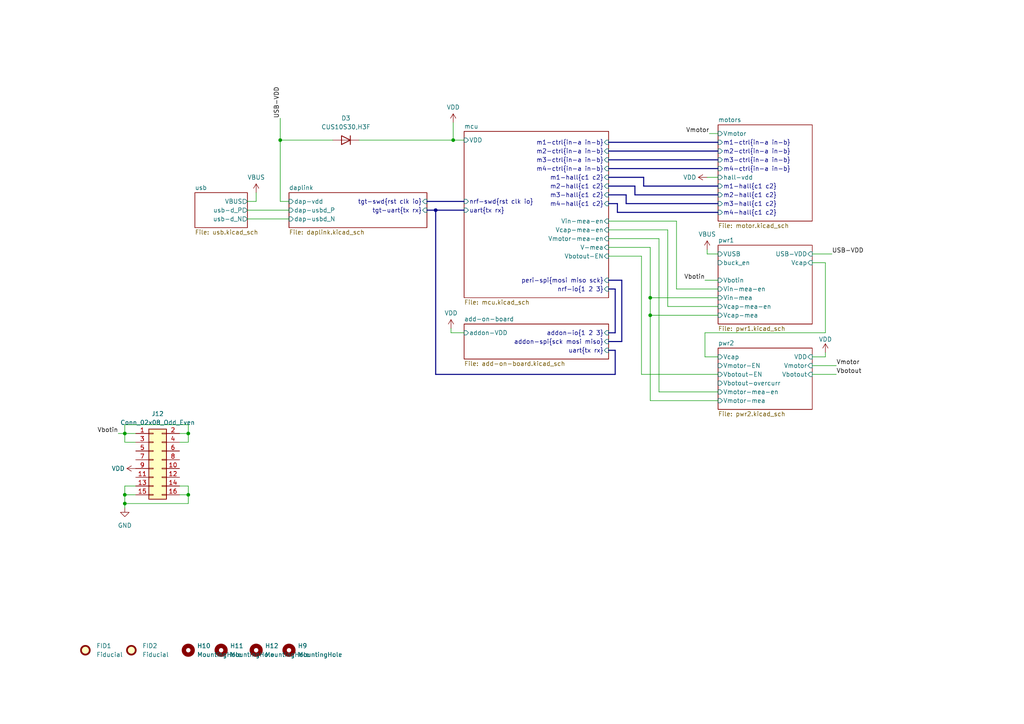
<source format=kicad_sch>
(kicad_sch (version 20230121) (generator eeschema)
  (paper "A4")
  (lib_symbols
    (symbol "Connector_Generic:Conn_02x08_Odd_Even" (pin_names (offset 1.016) hide)
      (property "Reference" "J" (at 1.27 10.16 0))
      (property "Value" "Conn_02x08_Odd_Even" (at 1.27 -12.7 0))
      (symbol "Conn_02x08_Odd_Even_1_1"
        (rectangle (start -1.27 -10.033) (end 0 -10.287) (stroke (width 0.1524)))
        (rectangle (start -1.27 -7.493) (end 0 -7.747) (stroke (width 0.1524)))
        (rectangle (start -1.27 -4.953) (end 0 -5.207) (stroke (width 0.1524)))
        (rectangle (start -1.27 -2.413) (end 0 -2.667) (stroke (width 0.1524)))
        (rectangle (start -1.27 0.127) (end 0 -0.127) (stroke (width 0.1524)))
        (rectangle (start -1.27 2.667) (end 0 2.413) (stroke (width 0.1524)))
        (rectangle (start -1.27 5.207) (end 0 4.953) (stroke (width 0.1524)))
        (rectangle (start -1.27 7.747) (end 0 7.493) (stroke (width 0.1524)))
        (rectangle (start -1.27 8.89) (end 3.81 -11.43) (stroke (width 0.254)) (fill (type background)))
        (rectangle (start 3.81 -10.033) (end 2.54 -10.287) (stroke (width 0.1524)))
        (rectangle (start 3.81 -7.493) (end 2.54 -7.747) (stroke (width 0.1524)))
        (rectangle (start 3.81 -4.953) (end 2.54 -5.207) (stroke (width 0.1524)))
        (rectangle (start 3.81 -2.413) (end 2.54 -2.667) (stroke (width 0.1524)))
        (rectangle (start 3.81 0.127) (end 2.54 -0.127) (stroke (width 0.1524)))
        (rectangle (start 3.81 2.667) (end 2.54 2.413) (stroke (width 0.1524)))
        (rectangle (start 3.81 5.207) (end 2.54 4.953) (stroke (width 0.1524)))
        (rectangle (start 3.81 7.747) (end 2.54 7.493) (stroke (width 0.1524)))
        (pin passive line (at -5.08 7.62 0) (length 3.81) (name "Pin_1") (number "1"))
        (pin passive line (at 7.62 -2.54 180) (length 3.81) (name "Pin_10") (number "10"))
        (pin passive line (at -5.08 -5.08 0) (length 3.81) (name "Pin_11") (number "11"))
        (pin passive line (at 7.62 -5.08 180) (length 3.81) (name "Pin_12") (number "12"))
        (pin passive line (at -5.08 -7.62 0) (length 3.81) (name "Pin_13") (number "13"))
        (pin passive line (at 7.62 -7.62 180) (length 3.81) (name "Pin_14") (number "14"))
        (pin passive line (at -5.08 -10.16 0) (length 3.81) (name "Pin_15") (number "15"))
        (pin passive line (at 7.62 -10.16 180) (length 3.81) (name "Pin_16") (number "16"))
        (pin passive line (at 7.62 7.62 180) (length 3.81) (name "Pin_2") (number "2"))
        (pin passive line (at -5.08 5.08 0) (length 3.81) (name "Pin_3") (number "3"))
        (pin passive line (at 7.62 5.08 180) (length 3.81) (name "Pin_4") (number "4"))
        (pin passive line (at -5.08 2.54 0) (length 3.81) (name "Pin_5") (number "5"))
        (pin passive line (at 7.62 2.54 180) (length 3.81) (name "Pin_6") (number "6"))
        (pin passive line (at -5.08 0 0) (length 3.81) (name "Pin_7") (number "7"))
        (pin passive line (at 7.62 0 180) (length 3.81) (name "Pin_8") (number "8"))
        (pin passive line (at -5.08 -2.54 0) (length 3.81) (name "Pin_9") (number "9"))
      )
    )
    (symbol "Diode:1N4148WS" (pin_numbers hide) (pin_names hide)
      (property "Reference" "D" (at 0 2.54 0))
      (property "Value" "1N4148WS" (at 0 -2.54 0))
      (symbol "1N4148WS_0_1"
        (polyline (pts (xy -1.27 1.27) (xy -1.27 -1.27)) (stroke (width 0.254)))
        (polyline (pts (xy 1.27 0) (xy -1.27 0)))
        (polyline (pts (xy 1.27 1.27) (xy 1.27 -1.27) (xy -1.27 0) (xy 1.27 1.27)) (stroke (width 0.254)))
      )
      (symbol "1N4148WS_1_1"
        (pin passive line (at -3.81 0 0) (length 2.54) (name "K") (number "1"))
        (pin passive line (at 3.81 0 180) (length 2.54) (name "A") (number "2"))
      )
    )
    (symbol "Mechanical:Fiducial"
      (property "Reference" "FID" (at 0 5.08 0))
      (property "Value" "Fiducial" (at 0 3.175 0))
      (symbol "Fiducial_0_1"
        (circle (center 0 0) (radius 1.27) (stroke (width 0.508)) (fill (type background)))
      )
    )
    (symbol "Mechanical:MountingHole" (pin_names (offset 1.016))
      (property "Reference" "H" (at 0 5.08 0))
      (property "Value" "MountingHole" (at 0 3.175 0))
      (symbol "MountingHole_0_1"
        (circle (center 0 0) (radius 1.27) (stroke (width 1.27)))
      )
    )
    (symbol "power:GND" (power) (pin_names (offset 0))
      (property "Value" "GND" (at 0 -3.81 0))
      (symbol "GND_0_1"
        (polyline (pts (xy 0 0) (xy 0 -1.27) (xy 1.27 -1.27) (xy 0 -2.54) (xy -1.27 -1.27) (xy 0 -1.27)))
      )
      (symbol "GND_1_1"
        (pin power_in line (at 0 0 270) (length 0) hide (name "GND") (number "1"))
      )
    )
    (symbol "power:VBUS" (power) (pin_names (offset 0))
      (property "Value" "VBUS" (at 0 3.81 0))
      (symbol "VBUS_0_1"
        (polyline (pts (xy -0.762 1.27) (xy 0 2.54)))
        (polyline (pts (xy 0 0) (xy 0 2.54)))
        (polyline (pts (xy 0 2.54) (xy 0.762 1.27)))
      )
      (symbol "VBUS_1_1"
        (pin power_in line (at 0 0 90) (length 0) hide (name "VBUS") (number "1"))
      )
    )
    (symbol "power:VDD" (power) (pin_names (offset 0))
      (property "Value" "VDD" (at 0 3.81 0))
      (symbol "VDD_0_1"
        (polyline (pts (xy -0.762 1.27) (xy 0 2.54)))
        (polyline (pts (xy 0 0) (xy 0 2.54)))
        (polyline (pts (xy 0 2.54) (xy 0.762 1.27)))
      )
      (symbol "VDD_1_1"
        (pin power_in line (at 0 0 90) (length 0) hide (name "VDD") (number "1"))
      )
    )
  )
  (junction (at 188.595 86.36))
  (junction (at 54.61 143.51))
  (junction (at 54.61 125.73))
  (junction (at 131.445 40.64))
  (junction (at 126.365 60.96))
  (junction (at 36.195 125.73))
  (junction (at 81.28 40.64))
  (junction (at 36.195 143.51))
  (junction (at 188.595 91.44))
  (junction (at 36.195 146.05))
  (wire (pts (xy 188.595 116.205) (xy 188.595 91.44)))
  (bus (pts (xy 176.53 53.975) (xy 184.15 53.975)))
  (wire (pts (xy 36.195 123.19) (xy 36.195 125.73)))
  (wire (pts (xy 208.28 51.435) (xy 205.105 51.435)))
  (wire (pts (xy 176.53 74.295) (xy 186.055 74.295)))
  (wire (pts (xy 134.62 40.64) (xy 131.445 40.64)))
  (bus (pts (xy 126.365 108.585) (xy 126.365 60.96)))
  (wire (pts (xy 36.195 143.51) (xy 36.195 146.05)))
  (wire (pts (xy 81.28 40.64) (xy 96.52 40.64)))
  (wire (pts (xy 186.055 108.585) (xy 208.28 108.585)))
  (bus (pts (xy 179.07 61.595) (xy 208.28 61.595)))
  (wire (pts (xy 196.215 83.82) (xy 208.28 83.82)))
  (wire (pts (xy 188.595 86.36) (xy 208.28 86.36)))
  (wire (pts (xy 208.28 116.205) (xy 188.595 116.205)))
  (wire (pts (xy 196.215 64.135) (xy 196.215 83.82)))
  (wire (pts (xy 52.07 140.97) (xy 54.61 140.97)))
  (bus (pts (xy 186.69 53.975) (xy 208.28 53.975)))
  (wire (pts (xy 204.47 103.505) (xy 208.28 103.505)))
  (bus (pts (xy 176.53 56.515) (xy 181.61 56.515)))
  (bus (pts (xy 176.53 51.435) (xy 186.69 51.435)))
  (bus (pts (xy 176.53 41.275) (xy 208.28 41.275)))
  (bus (pts (xy 178.435 101.6) (xy 178.435 108.585)))
  (bus (pts (xy 123.825 60.96) (xy 126.365 60.96)))
  (wire (pts (xy 239.395 103.505) (xy 235.585 103.505)))
  (wire (pts (xy 239.395 96.52) (xy 204.47 96.52)))
  (wire (pts (xy 176.53 71.755) (xy 188.595 71.755)))
  (wire (pts (xy 188.595 71.755) (xy 188.595 86.36)))
  (wire (pts (xy 81.28 40.64) (xy 81.28 58.42)))
  (bus (pts (xy 176.53 101.6) (xy 178.435 101.6)))
  (wire (pts (xy 239.395 102.235) (xy 239.395 103.505)))
  (wire (pts (xy 204.47 96.52) (xy 204.47 103.505)))
  (bus (pts (xy 126.365 60.96) (xy 134.62 60.96)))
  (wire (pts (xy 36.195 128.27) (xy 36.195 125.73)))
  (wire (pts (xy 52.07 125.73) (xy 54.61 125.73)))
  (wire (pts (xy 54.61 140.97) (xy 54.61 143.51)))
  (bus (pts (xy 176.53 83.82) (xy 178.435 83.82)))
  (wire (pts (xy 208.28 91.44) (xy 188.595 91.44)))
  (bus (pts (xy 178.435 108.585) (xy 126.365 108.585)))
  (wire (pts (xy 74.295 55.88) (xy 74.295 58.42)))
  (wire (pts (xy 39.37 140.97) (xy 36.195 140.97)))
  (bus (pts (xy 176.53 81.28) (xy 180.34 81.28)))
  (wire (pts (xy 193.675 66.675) (xy 193.675 88.9)))
  (wire (pts (xy 208.28 73.66) (xy 205.105 73.66)))
  (wire (pts (xy 235.585 73.66) (xy 241.3 73.66)))
  (wire (pts (xy 176.53 66.675) (xy 193.675 66.675)))
  (wire (pts (xy 134.62 96.52) (xy 130.81 96.52)))
  (wire (pts (xy 54.61 123.19) (xy 36.195 123.19)))
  (wire (pts (xy 235.585 106.045) (xy 242.57 106.045)))
  (wire (pts (xy 36.195 125.73) (xy 34.29 125.73)))
  (wire (pts (xy 176.53 69.215) (xy 191.135 69.215)))
  (wire (pts (xy 52.07 143.51) (xy 54.61 143.51)))
  (wire (pts (xy 188.595 91.44) (xy 188.595 86.36)))
  (wire (pts (xy 71.755 63.5) (xy 83.82 63.5)))
  (wire (pts (xy 54.61 146.05) (xy 36.195 146.05)))
  (wire (pts (xy 36.195 125.73) (xy 39.37 125.73)))
  (wire (pts (xy 36.195 146.05) (xy 36.195 147.32)))
  (bus (pts (xy 186.69 51.435) (xy 186.69 53.975)))
  (wire (pts (xy 104.14 40.64) (xy 131.445 40.64)))
  (wire (pts (xy 131.445 35.56) (xy 131.445 40.64)))
  (wire (pts (xy 36.195 143.51) (xy 39.37 143.51)))
  (bus (pts (xy 176.53 46.355) (xy 208.28 46.355)))
  (wire (pts (xy 176.53 64.135) (xy 196.215 64.135)))
  (wire (pts (xy 54.61 143.51) (xy 54.61 146.05)))
  (bus (pts (xy 178.435 96.52) (xy 176.53 96.52)))
  (bus (pts (xy 176.53 48.895) (xy 208.28 48.895)))
  (wire (pts (xy 205.74 38.735) (xy 208.28 38.735)))
  (bus (pts (xy 181.61 59.055) (xy 208.28 59.055)))
  (wire (pts (xy 71.755 60.96) (xy 83.82 60.96)))
  (wire (pts (xy 39.37 128.27) (xy 36.195 128.27)))
  (bus (pts (xy 184.15 53.975) (xy 184.15 56.515)))
  (bus (pts (xy 178.435 83.82) (xy 178.435 96.52)))
  (bus (pts (xy 184.15 56.515) (xy 208.28 56.515)))
  (wire (pts (xy 235.585 76.2) (xy 239.395 76.2)))
  (wire (pts (xy 186.055 74.295) (xy 186.055 108.585)))
  (wire (pts (xy 235.585 108.585) (xy 242.57 108.585)))
  (wire (pts (xy 239.395 76.2) (xy 239.395 96.52)))
  (wire (pts (xy 81.28 58.42) (xy 83.82 58.42)))
  (wire (pts (xy 208.28 81.28) (xy 204.47 81.28)))
  (bus (pts (xy 123.825 58.42) (xy 134.62 58.42)))
  (wire (pts (xy 71.755 58.42) (xy 74.295 58.42)))
  (bus (pts (xy 180.34 81.28) (xy 180.34 99.06)))
  (wire (pts (xy 54.61 125.73) (xy 54.61 123.19)))
  (wire (pts (xy 191.135 113.665) (xy 208.28 113.665)))
  (wire (pts (xy 54.61 128.27) (xy 54.61 125.73)))
  (bus (pts (xy 176.53 59.055) (xy 179.07 59.055)))
  (wire (pts (xy 205.105 72.39) (xy 205.105 73.66)))
  (wire (pts (xy 130.81 96.52) (xy 130.81 95.25)))
  (bus (pts (xy 180.34 99.06) (xy 176.53 99.06)))
  (wire (pts (xy 193.675 88.9) (xy 208.28 88.9)))
  (wire (pts (xy 52.07 128.27) (xy 54.61 128.27)))
  (bus (pts (xy 176.53 43.815) (xy 208.28 43.815)))
  (bus (pts (xy 179.07 59.055) (xy 179.07 61.595)))
  (wire (pts (xy 81.28 34.29) (xy 81.28 40.64)))
  (wire (pts (xy 36.195 140.97) (xy 36.195 143.51)))
  (bus (pts (xy 181.61 56.515) (xy 181.61 59.055)))
  (wire (pts (xy 191.135 69.215) (xy 191.135 113.665)))
  (label "USB-VDD" (at 81.28 34.29 90))
  (label "USB-VDD" (at 241.3 73.66 0))
  (label "Vmotor" (at 205.74 38.735 180))
  (label "Vbotin" (at 204.47 81.28 180))
  (label "Vbotin" (at 34.29 125.73 180))
  (label "Vmotor" (at 242.57 106.045 0))
  (label "Vbotout" (at 242.57 108.585 0))
  (symbol (lib_id "Mechanical:MountingHole") (at 74.295 188.595 0) (unit 1)
    (property "Reference" "H12" (at 76.835 187.325 0) (effects (justify left)))
    (property "Value" "MountingHole" (at 76.835 189.865 0) (effects (justify left)))
    (property "Footprint" "MountingHole:MountingHole_3.2mm_M3_ISO14580" (effects hide))
  )
  (symbol (lib_id "Mechanical:Fiducial") (at 24.765 188.595 0) (unit 1)
    (property "Reference" "FID1" (at 27.94 187.325 0) (effects (justify left)))
    (property "Value" "Fiducial" (at 27.94 189.865 0) (effects (justify left)))
    (property "Footprint" "Fiducial:Fiducial_1mm_Mask2mm" (effects hide))
  )
  (symbol (lib_id "Diode:1N4148WS") (at 100.33 40.64 180) (unit 1)
    (property "Reference" "D3" (at 100.33 34.29 0))
    (property "Value" "CUS10S30,H3F" (at 100.33 36.83 0))
    (property "Footprint" "Diode_SMD:D_SOD-323" (effects hide))
    (property "Datasheet" "https://www.vishay.com/docs/85751/1n4148ws.pdf" (effects hide))
    (property "Sim.Device" "D" (effects hide))
    (property "Sim.Pins" "1=K 2=A" (effects hide))
  )
  (symbol (lib_id "Mechanical:MountingHole") (at 54.61 188.595 0) (unit 1)
    (property "Reference" "H10" (at 57.15 187.325 0) (effects (justify left)))
    (property "Value" "MountingHole" (at 57.15 189.865 0) (effects (justify left)))
    (property "Footprint" "MountingHole:MountingHole_3.2mm_M3_ISO14580" (effects hide))
  )
  (symbol (lib_id "power:VDD") (at 39.37 135.89 90) (unit 1)
    (property "Reference" "#PWR0107" (effects hide))
    (property "Value" "VDD" (at 36.195 135.89 90) (effects (justify left)))
  )
  (symbol (lib_id "power:VDD") (at 205.105 51.435 90) (unit 1)
    (property "Reference" "#PWR076" (effects hide))
    (property "Value" "VDD" (at 198.12 51.435 90) (effects (justify right)))
  )
  (symbol (lib_id "power:VDD") (at 131.445 35.56 0) (unit 1)
    (property "Reference" "#PWR075" (effects hide))
    (property "Value" "VDD" (at 131.445 31.115 0))
  )
  (symbol (lib_id "power:VDD") (at 130.81 95.25 0) (unit 1)
    (property "Reference" "#PWR078" (effects hide))
    (property "Value" "VDD" (at 130.81 90.805 0))
  )
  (symbol (lib_id "Connector_Generic:Conn_02x08_Odd_Even") (at 44.45 133.35 0) (unit 1)
    (property "Reference" "J12" (at 45.72 120.015 0))
    (property "Value" "Conn_02x08_Odd_Even" (at 45.72 122.555 0))
    (property "Footprint" "Connector_PinHeader_2.54mm:PinHeader_2x08_P2.54mm_Horizontal" (effects hide))
  )
  (symbol (lib_id "Mechanical:MountingHole") (at 83.82 188.595 0) (unit 1)
    (property "Reference" "H9" (at 86.36 187.325 0) (effects (justify left)))
    (property "Value" "MountingHole" (at 86.36 189.865 0) (effects (justify left)))
    (property "Footprint" "MountingHole:MountingHole_3.2mm_M3_ISO14580" (effects hide))
  )
  (symbol (lib_id "power:GND") (at 36.195 147.32 0) (unit 1)
    (property "Reference" "#PWR0105" (effects hide))
    (property "Value" "GND" (at 36.195 152.4 0))
  )
  (symbol (lib_id "power:VBUS") (at 205.105 72.39 0) (unit 1)
    (property "Reference" "#PWR077" (effects hide))
    (property "Value" "VBUS" (at 205.105 67.945 0))
  )
  (symbol (lib_id "power:VBUS") (at 74.295 55.88 0) (unit 1)
    (property "Reference" "#PWR074" (effects hide))
    (property "Value" "VBUS" (at 74.295 51.435 0))
  )
  (symbol (lib_id "power:VDD") (at 239.395 102.235 0) (unit 1)
    (property "Reference" "#PWR042" (effects hide))
    (property "Value" "VDD" (at 239.395 98.425 0))
  )
  (symbol (lib_id "Mechanical:Fiducial") (at 38.1 188.595 0) (unit 1)
    (property "Reference" "FID2" (at 41.275 187.325 0) (effects (justify left)))
    (property "Value" "Fiducial" (at 41.275 189.865 0) (effects (justify left)))
    (property "Footprint" "Fiducial:Fiducial_1mm_Mask2mm" (effects hide))
  )
  (symbol (lib_id "Mechanical:MountingHole") (at 64.135 188.595 0) (unit 1)
    (property "Reference" "H11" (at 66.675 187.325 0) (effects (justify left)))
    (property "Value" "MountingHole" (at 66.675 189.865 0) (effects (justify left)))
    (property "Footprint" "MountingHole:MountingHole_3.2mm_M3_ISO14580" (effects hide))
  )
  (sheet (at 134.62 38.1) (size 41.91 48.26) (stroke (width 0.1524))
    (property "Sheetname" "mcu" (at 134.62 37.3884 0) (effects (justify left bottom)))
    (property "Sheetfile" "mcu.kicad_sch" (at 134.62 86.9446 0) (effects (justify left top)))
    (pin "VDD" input (at 134.62 40.64 180))
    (pin "nrf-swd{rst clk io}" input (at 134.62 58.42 180))
    (pin "m2-ctrl{in-a in-b}" input (at 176.53 43.815 0))
    (pin "m3-ctrl{in-a in-b}" input (at 176.53 46.355 0))
    (pin "m1-ctrl{in-a in-b}" input (at 176.53 41.275 0))
    (pin "m4-ctrl{in-a in-b}" input (at 176.53 48.895 0))
    (pin "m1-hall{c1 c2}" input (at 176.53 51.435 0))
    (pin "m3-hall{c1 c2}" input (at 176.53 56.515 0))
    (pin "m2-hall{c1 c2}" input (at 176.53 53.975 0))
    (pin "m4-hall{c1 c2}" input (at 176.53 59.055 0))
    (pin "Vin-mea-en" input (at 176.53 64.135 0))
    (pin "Vcap-mea-en" input (at 176.53 66.675 0))
    (pin "V-mea" input (at 176.53 71.755 0))
    (pin "peri-spi{mosi miso sck}" input (at 176.53 81.28 0))
    (pin "Vbotout-EN" input (at 176.53 74.295 0))
    (pin "Vmotor-mea-en" input (at 176.53 69.215 0))
    (pin "uart{tx rx}" input (at 134.62 60.96 180))
    (pin "nrf-io{1 2 3}" input (at 176.53 83.82 0))
  )
  (sheet (at 134.62 93.98) (size 41.91 10.16) (stroke (width 0.1524))
    (property "Sheetname" "add-on-board" (at 134.62 93.2684 0) (effects (justify left bottom)))
    (property "Sheetfile" "add-on-board.kicad_sch" (at 134.62 104.7246 0) (effects (justify left top)))
    (pin "addon-spi{sck mosi miso}" input (at 176.53 99.06 0))
    (pin "addon-VDD" input (at 134.62 96.52 180))
    (pin "addon-io{1 2 3}" input (at 176.53 96.52 0))
    (pin "uart{tx rx}" input (at 176.53 101.6 0))
  )
  (sheet (at 56.515 55.88) (size 15.24 10.16) (stroke (width 0.1524))
    (property "Sheetname" "usb" (at 56.515 55.1684 0) (effects (justify left bottom)))
    (property "Sheetfile" "usb.kicad_sch" (at 56.515 66.6246 0) (effects (justify left top)))
    (pin "usb-d_N" output (at 71.755 63.5 0))
    (pin "usb-d_P" output (at 71.755 60.96 0))
    (pin "VBUS" output (at 71.755 58.42 0))
  )
  (sheet (at 208.28 71.12) (size 27.305 22.86) (stroke (width 0.1524))
    (property "Sheetname" "pwr1" (at 208.28 70.4084 0) (effects (justify left bottom)))
    (property "Sheetfile" "pwr1.kicad_sch" (at 208.28 94.5646 0) (effects (justify left top)))
    (pin "VUSB" input (at 208.28 73.66 180))
    (pin "buck_en" input (at 208.28 76.2 180))
    (pin "Vbotin" input (at 208.28 81.28 180))
    (pin "USB-VDD" input (at 235.585 73.66 0))
    (pin "Vcap" input (at 235.585 76.2 0))
    (pin "Vin-mea-en" input (at 208.28 83.82 180))
    (pin "Vin-mea" input (at 208.28 86.36 180))
    (pin "Vcap-mea" input (at 208.28 91.44 180))
    (pin "Vcap-mea-en" input (at 208.28 88.9 180))
  )
  (sheet (at 83.82 55.88) (size 40.005 10.16) (stroke (width 0.1524))
    (property "Sheetname" "daplink" (at 83.82 55.1684 0) (effects (justify left bottom)))
    (property "Sheetfile" "daplink.kicad_sch" (at 83.82 66.6246 0) (effects (justify left top)))
    (pin "dap-vdd" input (at 83.82 58.42 180))
    (pin "dap-usbd_N" input (at 83.82 63.5 180))
    (pin "dap-usbd_P" input (at 83.82 60.96 180))
    (pin "tgt-swd{rst clk io}" input (at 123.825 58.42 0))
    (pin "tgt-uart{tx rx}" input (at 123.825 60.96 0))
  )
  (sheet (at 208.28 100.965) (size 27.305 17.78) (stroke (width 0.1524))
    (property "Sheetname" "pwr2" (at 208.28 100.2534 0) (effects (justify left bottom)))
    (property "Sheetfile" "pwr2.kicad_sch" (at 208.28 119.3296 0) (effects (justify left top)))
    (pin "Vcap" input (at 208.28 103.505 180))
    (pin "Vmotor-EN" input (at 208.28 106.045 180))
    (pin "VDD" input (at 235.585 103.505 0))
    (pin "Vmotor" input (at 235.585 106.045 0))
    (pin "Vbotout-overcurr" input (at 208.28 111.125 180))
    (pin "Vbotout" input (at 235.585 108.585 0))
    (pin "Vbotout-EN" input (at 208.28 108.585 180))
    (pin "Vmotor-mea" input (at 208.28 116.205 180))
    (pin "Vmotor-mea-en" input (at 208.28 113.665 180))
  )
  (sheet (at 208.28 36.195) (size 27.305 27.94) (stroke (width 0.1524))
    (property "Sheetname" "motors" (at 208.28 35.4834 0) (effects (justify left bottom)))
    (property "Sheetfile" "motor.kicad_sch" (at 208.28 64.7196 0) (effects (justify left top)))
    (pin "m1-ctrl{in-a in-b}" input (at 208.28 41.275 180))
    (pin "m3-ctrl{in-a in-b}" input (at 208.28 46.355 180))
    (pin "m2-ctrl{in-a in-b}" input (at 208.28 43.815 180))
    (pin "m4-ctrl{in-a in-b}" input (at 208.28 48.895 180))
    (pin "Vmotor" input (at 208.28 38.735 180))
    (pin "hall-vdd" input (at 208.28 51.435 180))
    (pin "m2-hall{c1 c2}" input (at 208.28 56.515 180))
    (pin "m4-hall{c1 c2}" input (at 208.28 61.595 180))
    (pin "m1-hall{c1 c2}" input (at 208.28 53.975 180))
    (pin "m3-hall{c1 c2}" input (at 208.28 59.055 180))
  )
)
</source>
